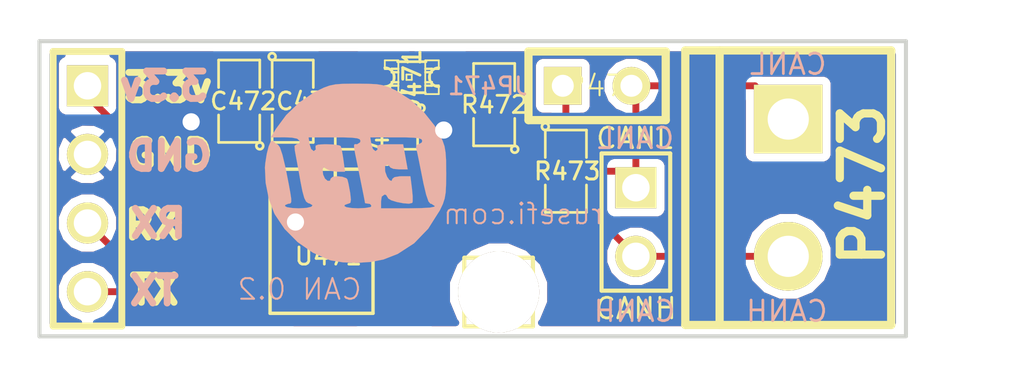
<source format=kicad_pcb>
(kicad_pcb (version 3) (host pcbnew "(2013-07-07 BZR 4022)-stable")

  (general
    (links 20)
    (no_connects 0)
    (area 133.1722 176.3141 171.196001 190.754001)
    (thickness 1.6)
    (drawings 21)
    (tracks 73)
    (zones 0)
    (modules 13)
    (nets 12)
  )

  (page A4)
  (title_block 
    (comment 2 Art_Electro)
    (comment 3 Art_Electro)
    (comment 4 Art_Electro)
  )

  (layers
    (15 F.Cu signal)
    (0 B.Cu signal)
    (16 B.Adhes user)
    (17 F.Adhes user)
    (18 B.Paste user)
    (19 F.Paste user)
    (20 B.SilkS user)
    (21 F.SilkS user)
    (22 B.Mask user)
    (23 F.Mask user)
    (24 Dwgs.User user)
    (25 Cmts.User user)
    (26 Eco1.User user)
    (27 Eco2.User user)
    (28 Edge.Cuts user)
  )

  (setup
    (last_trace_width 0.254)
    (trace_clearance 0.2032)
    (zone_clearance 0.3)
    (zone_45_only no)
    (trace_min 0.254)
    (segment_width 0.2)
    (edge_width 0.15)
    (via_size 0.889)
    (via_drill 0.635)
    (via_min_size 0.889)
    (via_min_drill 0.508)
    (uvia_size 0.508)
    (uvia_drill 0.127)
    (uvias_allowed no)
    (uvia_min_size 0.508)
    (uvia_min_drill 0.127)
    (pcb_text_width 0.3)
    (pcb_text_size 1 1)
    (mod_edge_width 0.15)
    (mod_text_size 1 1)
    (mod_text_width 0.15)
    (pad_size 3 3)
    (pad_drill 3)
    (pad_to_mask_clearance 0)
    (aux_axis_origin 0 0)
    (visible_elements 7FFFFB3F)
    (pcbplotparams
      (layerselection 284983297)
      (usegerberextensions true)
      (excludeedgelayer true)
      (linewidth 0.150000)
      (plotframeref false)
      (viasonmask false)
      (mode 1)
      (useauxorigin false)
      (hpglpennumber 1)
      (hpglpenspeed 20)
      (hpglpendiameter 15)
      (hpglpenoverlay 2)
      (psnegative false)
      (psa4output false)
      (plotreference true)
      (plotvalue false)
      (plotothertext true)
      (plotinvisibletext false)
      (padsonsilk false)
      (subtractmaskfromsilk false)
      (outputformat 1)
      (mirror false)
      (drillshape 0)
      (scaleselection 1)
      (outputdirectory gerber))
  )

  (net 0 "")
  (net 1 /3.3V)
  (net 2 /CANH)
  (net 3 /CANL)
  (net 4 /CAN_RX)
  (net 5 /CAN_TX)
  (net 6 GND)
  (net 7 N-000001)
  (net 8 N-000006)
  (net 9 N-000007)
  (net 10 N-000008)
  (net 11 N-000009)

  (net_class Default "Это класс цепей по умолчанию."
    (clearance 0.2032)
    (trace_width 0.254)
    (via_dia 0.889)
    (via_drill 0.635)
    (uvia_dia 0.508)
    (uvia_drill 0.127)
    (add_net "")
    (add_net /3.3V)
    (add_net /CANH)
    (add_net /CANL)
    (add_net /CAN_RX)
    (add_net /CAN_TX)
    (add_net GND)
    (add_net N-000001)
    (add_net N-000006)
    (add_net N-000007)
    (add_net N-000008)
    (add_net N-000009)
  )

  (module SM0805 (layer F.Cu) (tedit 530CB383) (tstamp 52A5B484)
    (at 144.1196 180.086 270)
    (path /52CAD8F7)
    (attr smd)
    (fp_text reference C471 (at 0 -0.6096 360) (layer F.SilkS)
      (effects (font (size 0.635 0.635) (thickness 0.1016)))
    )
    (fp_text value .1uF (at 0.127 0.889 270) (layer F.SilkS) hide
      (effects (font (size 0.50038 0.50038) (thickness 0.10922)))
    )
    (fp_circle (center -1.651 0.762) (end -1.651 0.635) (layer F.SilkS) (width 0.09906))
    (fp_line (start -0.508 0.762) (end -1.524 0.762) (layer F.SilkS) (width 0.09906))
    (fp_line (start -1.524 0.762) (end -1.524 -0.762) (layer F.SilkS) (width 0.09906))
    (fp_line (start -1.524 -0.762) (end -0.508 -0.762) (layer F.SilkS) (width 0.09906))
    (fp_line (start 0.508 -0.762) (end 1.524 -0.762) (layer F.SilkS) (width 0.09906))
    (fp_line (start 1.524 -0.762) (end 1.524 0.762) (layer F.SilkS) (width 0.09906))
    (fp_line (start 1.524 0.762) (end 0.508 0.762) (layer F.SilkS) (width 0.09906))
    (pad 1 smd rect (at -0.9525 0 270) (size 0.889 1.397)
      (layers F.Cu F.Paste F.Mask)
      (net 6 GND)
    )
    (pad 2 smd rect (at 0.9525 0 270) (size 0.889 1.397)
      (layers F.Cu F.Paste F.Mask)
      (net 1 /3.3V)
    )
    (model smd/chip_cms.wrl
      (at (xyz 0 0 0))
      (scale (xyz 0.1 0.1 0.1))
      (rotate (xyz 0 0 0))
    )
  )

  (module SM0805 (layer F.Cu) (tedit 530CB387) (tstamp 52A5B491)
    (at 142.1384 180.086 90)
    (path /52CAD8F6)
    (attr smd)
    (fp_text reference C472 (at 0 0.1524 180) (layer F.SilkS)
      (effects (font (size 0.635 0.635) (thickness 0.1016)))
    )
    (fp_text value 4.7uF (at -0.127 1.016 90) (layer F.SilkS) hide
      (effects (font (size 0.50038 0.50038) (thickness 0.10922)))
    )
    (fp_circle (center -1.651 0.762) (end -1.651 0.635) (layer F.SilkS) (width 0.09906))
    (fp_line (start -0.508 0.762) (end -1.524 0.762) (layer F.SilkS) (width 0.09906))
    (fp_line (start -1.524 0.762) (end -1.524 -0.762) (layer F.SilkS) (width 0.09906))
    (fp_line (start -1.524 -0.762) (end -0.508 -0.762) (layer F.SilkS) (width 0.09906))
    (fp_line (start 0.508 -0.762) (end 1.524 -0.762) (layer F.SilkS) (width 0.09906))
    (fp_line (start 1.524 -0.762) (end 1.524 0.762) (layer F.SilkS) (width 0.09906))
    (fp_line (start 1.524 0.762) (end 0.508 0.762) (layer F.SilkS) (width 0.09906))
    (pad 1 smd rect (at -0.9525 0 90) (size 0.889 1.397)
      (layers F.Cu F.Paste F.Mask)
      (net 1 /3.3V)
    )
    (pad 2 smd rect (at 0.9525 0 90) (size 0.889 1.397)
      (layers F.Cu F.Paste F.Mask)
      (net 6 GND)
    )
    (model smd/chip_cms.wrl
      (at (xyz 0 0 0))
      (scale (xyz 0.1 0.1 0.1))
      (rotate (xyz 0 0 0))
    )
  )

  (module SM0805 (layer F.Cu) (tedit 5300FDD0) (tstamp 52CAE20D)
    (at 147.2184 181.102 180)
    (path /52CAD8DB)
    (attr smd)
    (fp_text reference R471 (at -0.127 -0.254 270) (layer F.SilkS)
      (effects (font (size 0.635 0.635) (thickness 0.1016)))
    )
    (fp_text value 1k (at 0 -1.143 180) (layer F.SilkS) hide
      (effects (font (size 0.50038 0.50038) (thickness 0.10922)))
    )
    (fp_circle (center -1.651 0.762) (end -1.651 0.635) (layer F.SilkS) (width 0.09906))
    (fp_line (start -0.508 0.762) (end -1.524 0.762) (layer F.SilkS) (width 0.09906))
    (fp_line (start -1.524 0.762) (end -1.524 -0.762) (layer F.SilkS) (width 0.09906))
    (fp_line (start -1.524 -0.762) (end -0.508 -0.762) (layer F.SilkS) (width 0.09906))
    (fp_line (start 0.508 -0.762) (end 1.524 -0.762) (layer F.SilkS) (width 0.09906))
    (fp_line (start 1.524 -0.762) (end 1.524 0.762) (layer F.SilkS) (width 0.09906))
    (fp_line (start 1.524 0.762) (end 0.508 0.762) (layer F.SilkS) (width 0.09906))
    (pad 1 smd rect (at -0.9525 0 180) (size 0.889 1.397)
      (layers F.Cu F.Paste F.Mask)
      (net 8 N-000006)
    )
    (pad 2 smd rect (at 0.9525 0 180) (size 0.889 1.397)
      (layers F.Cu F.Paste F.Mask)
      (net 1 /3.3V)
    )
    (model smd/chip_cms.wrl
      (at (xyz 0 0 0))
      (scale (xyz 0.1 0.1 0.1))
      (rotate (xyz 0 0 0))
    )
  )

  (module SM0805 (layer F.Cu) (tedit 52BF0690) (tstamp 52A5B5C2)
    (at 151.5745 180.213 90)
    (path /52CADB46)
    (attr smd)
    (fp_text reference R472 (at 0 0 180) (layer F.SilkS)
      (effects (font (size 0.635 0.635) (thickness 0.1016)))
    )
    (fp_text value 10k (at 0 0.889 90) (layer F.SilkS) hide
      (effects (font (size 0.50038 0.50038) (thickness 0.10922)))
    )
    (fp_circle (center -1.651 0.762) (end -1.651 0.635) (layer F.SilkS) (width 0.09906))
    (fp_line (start -0.508 0.762) (end -1.524 0.762) (layer F.SilkS) (width 0.09906))
    (fp_line (start -1.524 0.762) (end -1.524 -0.762) (layer F.SilkS) (width 0.09906))
    (fp_line (start -1.524 -0.762) (end -0.508 -0.762) (layer F.SilkS) (width 0.09906))
    (fp_line (start 0.508 -0.762) (end 1.524 -0.762) (layer F.SilkS) (width 0.09906))
    (fp_line (start 1.524 -0.762) (end 1.524 0.762) (layer F.SilkS) (width 0.09906))
    (fp_line (start 1.524 0.762) (end 0.508 0.762) (layer F.SilkS) (width 0.09906))
    (pad 1 smd rect (at -0.9525 0 90) (size 0.889 1.397)
      (layers F.Cu F.Paste F.Mask)
      (net 11 N-000009)
    )
    (pad 2 smd rect (at 0.9525 0 90) (size 0.889 1.397)
      (layers F.Cu F.Paste F.Mask)
      (net 6 GND)
    )
    (model smd/chip_cms.wrl
      (at (xyz 0 0 0))
      (scale (xyz 0.1 0.1 0.1))
      (rotate (xyz 0 0 0))
    )
  )

  (module LOGO_F (layer B.Cu) (tedit 0) (tstamp 52BD6D4F)
    (at 146.4564 182.7784)
    (path /52CADA22)
    (fp_text reference G471 (at 0 -4.14782) (layer B.SilkS) hide
      (effects (font (size 1.524 1.524) (thickness 0.3048)) (justify mirror))
    )
    (fp_text value LOGO (at 0 4.14782) (layer B.SilkS) hide
      (effects (font (size 1.524 1.524) (thickness 0.3048)) (justify mirror))
    )
    (fp_poly (pts (xy 3.34518 -0.04318) (xy 3.3401 0.381) (xy 3.32486 0.68326) (xy 3.28676 0.90932)
      (xy 3.22326 1.1049) (xy 3.12166 1.3208) (xy 3.10896 1.3462) (xy 2.921 1.64084)
      (xy 2.921 1.18618) (xy 2.79654 1.1049) (xy 2.75844 1.09982) (xy 2.68732 1.016)
      (xy 2.60096 0.76708) (xy 2.5019 0.35052) (xy 2.46126 0.14732) (xy 2.38252 -0.24638)
      (xy 2.31394 -0.58928) (xy 2.2606 -0.84074) (xy 2.23266 -0.9525) (xy 2.2479 -1.07696)
      (xy 2.32156 -1.09982) (xy 2.4384 -1.16586) (xy 2.45618 -1.22682) (xy 2.42824 -1.28524)
      (xy 2.33172 -1.3208) (xy 2.13868 -1.34366) (xy 1.82372 -1.35382) (xy 1.49606 -1.35382)
      (xy 0.53594 -1.35382) (xy 0.57404 -1.09982) (xy 0.63246 -0.92202) (xy 0.7239 -0.84836)
      (xy 0.72644 -0.84582) (xy 0.80264 -0.90678) (xy 0.79248 -0.97536) (xy 0.79248 -1.04648)
      (xy 0.889 -1.08458) (xy 1.10744 -1.09982) (xy 1.24714 -1.09982) (xy 1.75006 -1.09982)
      (xy 1.83388 -0.635) (xy 1.9177 -0.17018) (xy 1.59258 -0.17018) (xy 1.38684 -0.1905)
      (xy 1.27508 -0.23876) (xy 1.27 -0.254) (xy 1.20142 -0.3302) (xy 1.15316 -0.33782)
      (xy 1.0795 -0.2921) (xy 1.08204 -0.127) (xy 1.0922 -0.07112) (xy 1.1557 0.1016)
      (xy 1.24206 0.22352) (xy 1.3208 0.25908) (xy 1.35382 0.1778) (xy 1.35382 0.17526)
      (xy 1.43002 0.11684) (xy 1.61544 0.08636) (xy 1.68656 0.08382) (xy 2.0193 0.08382)
      (xy 2.07772 0.55372) (xy 2.10312 0.81788) (xy 2.10312 1.01092) (xy 2.09042 1.06934)
      (xy 1.9685 1.09982) (xy 1.76022 1.08458) (xy 1.52146 1.03886) (xy 1.31318 0.97536)
      (xy 1.1938 0.90424) (xy 1.18618 0.88138) (xy 1.1176 0.7747) (xy 1.05918 0.762)
      (xy 0.95758 0.8382) (xy 0.93218 1.016) (xy 0.93218 1.27) (xy 1.95072 1.27)
      (xy 2.42062 1.26238) (xy 2.74066 1.2446) (xy 2.90322 1.21158) (xy 2.921 1.18618)
      (xy 2.921 1.64084) (xy 2.67716 2.02692) (xy 2.15646 2.5654) (xy 1.5494 2.9591)
      (xy 1.02108 3.16484) (xy 0.59182 3.24866) (xy 0.59182 1.18618) (xy 0.52324 1.10998)
      (xy 0.46482 1.09982) (xy 0.35306 1.08458) (xy 0.33782 1.06934) (xy 0.32258 0.98044)
      (xy 0.2794 0.75692) (xy 0.21336 0.4318) (xy 0.13462 0.04064) (xy 0.127 0)
      (xy 0.03556 -0.44958) (xy -0.02794 -0.75692) (xy -0.06096 -0.94996) (xy -0.06858 -1.0541)
      (xy -0.05334 -1.09728) (xy -0.01524 -1.1049) (xy 0.04318 -1.09982) (xy 0.15494 -1.1684)
      (xy 0.17018 -1.22682) (xy 0.14224 -1.28524) (xy 0.04572 -1.3208) (xy -0.14732 -1.34366)
      (xy -0.46228 -1.35382) (xy -0.78994 -1.35382) (xy -1.75006 -1.35382) (xy -1.71196 -1.09982)
      (xy -1.65354 -0.92202) (xy -1.5621 -0.84836) (xy -1.55956 -0.84582) (xy -1.48336 -0.90678)
      (xy -1.49352 -0.97282) (xy -1.49098 -1.04902) (xy -1.39446 -1.08712) (xy -1.1684 -1.09982)
      (xy -1.07188 -1.09982) (xy -0.80772 -1.08966) (xy -0.61976 -1.05918) (xy -0.56134 -1.03378)
      (xy -0.52578 -0.9144) (xy -0.48514 -0.69088) (xy -0.45974 -0.52578) (xy -0.40132 -0.08382)
      (xy -0.69342 -0.08382) (xy -0.91948 -0.11176) (xy -1.07696 -0.18034) (xy -1.08204 -0.18542)
      (xy -1.1938 -0.254) (xy -1.2319 -0.17018) (xy -1.21158 0.02032) (xy -1.143 0.17018)
      (xy -1.04394 0.254) (xy -0.95758 0.24892) (xy -0.93218 0.17018) (xy -0.86106 0.10668)
      (xy -0.69596 0.08382) (xy -0.50546 0.1016) (xy -0.35306 0.15494) (xy -0.31242 0.20066)
      (xy -0.27432 0.35052) (xy -0.2286 0.59436) (xy -0.20828 0.70866) (xy -0.18288 0.94996)
      (xy -0.20066 1.0668) (xy -0.27686 1.09982) (xy -0.28702 1.09982) (xy -0.4064 1.143)
      (xy -0.42418 1.18618) (xy -0.34544 1.22936) (xy -0.14478 1.25984) (xy 0.08382 1.27)
      (xy 0.3556 1.2573) (xy 0.53848 1.22428) (xy 0.59182 1.18618) (xy 0.59182 3.24866)
      (xy 0.5715 3.25374) (xy 0.0508 3.2893) (xy -0.4699 3.27152) (xy -0.91694 3.2004)
      (xy -0.99314 3.17754) (xy -1.59004 2.91338) (xy -2.15392 2.52222) (xy -2.63652 2.03708)
      (xy -2.99974 1.49606) (xy -3.03022 1.43256) (xy -3.22326 0.90932) (xy -3.3401 0.32258)
      (xy -3.3655 -0.2413) (xy -3.3528 -0.39624) (xy -3.29946 -0.7366) (xy -3.23088 -1.01092)
      (xy -3.15722 -1.18872) (xy -3.0861 -1.23698) (xy -3.06578 -1.21666) (xy -2.93624 -1.10998)
      (xy -2.88544 -1.08712) (xy -2.80924 -0.98298) (xy -2.7178 -0.71374) (xy -2.6162 -0.2921)
      (xy -2.57302 -0.08128) (xy -2.48158 0.38354) (xy -2.42316 0.70612) (xy -2.39268 0.9144)
      (xy -2.39014 1.03124) (xy -2.41554 1.08458) (xy -2.4638 1.09982) (xy -2.49682 1.09982)
      (xy -2.61112 1.14554) (xy -2.62382 1.18618) (xy -2.54762 1.22936) (xy -2.34696 1.25984)
      (xy -2.11582 1.27) (xy -1.8288 1.25476) (xy -1.651 1.21412) (xy -1.60274 1.15824)
      (xy -1.7018 1.09728) (xy -1.76276 1.0795) (xy -1.8415 1.02362) (xy -1.91008 0.88646)
      (xy -1.97866 0.63754) (xy -2.05486 0.25146) (xy -2.06248 0.2032) (xy -2.13106 -0.18288)
      (xy -2.19456 -0.52578) (xy -2.24282 -0.78232) (xy -2.25806 -0.86868) (xy -2.27076 -1.0414)
      (xy -2.19202 -1.09982) (xy -2.1717 -1.10236) (xy -2.07772 -1.15316) (xy -2.08534 -1.22936)
      (xy -2.1717 -1.30556) (xy -2.36728 -1.3462) (xy -2.6416 -1.35636) (xy -3.14706 -1.35382)
      (xy -2.95656 -1.67132) (xy -2.5781 -2.18186) (xy -2.09296 -2.64668) (xy -1.55702 -3.01244)
      (xy -1.44018 -3.0734) (xy -1.18618 -3.19532) (xy -0.97536 -3.27152) (xy -0.75692 -3.31724)
      (xy -0.48514 -3.33756) (xy -0.10668 -3.34264) (xy 0.04064 -3.34264) (xy 0.46482 -3.33756)
      (xy 0.76962 -3.32232) (xy 1.00076 -3.28422) (xy 1.2065 -3.21564) (xy 1.43764 -3.1115)
      (xy 1.47574 -3.09372) (xy 2.00914 -2.7559) (xy 2.50444 -2.30378) (xy 2.91592 -1.78816)
      (xy 3.10134 -1.46812) (xy 3.21056 -1.2319) (xy 3.28168 -1.02616) (xy 3.31978 -0.8001)
      (xy 3.3401 -0.50546) (xy 3.34264 -0.09398) (xy 3.34518 -0.04318) (xy 3.34518 -0.04318)) (layer B.SilkS) (width 0.00254))
  )

  (module PIN_ARRAY_4x1 (layer F.Cu) (tedit 5304DD73) (tstamp 52CAE5B8)
    (at 136.525 183.3245 270)
    (descr "Double rangee de contacts 2 x 5 pins")
    (tags CONN)
    (path /52CADBD0)
    (fp_text reference P471 (at 0.0635 -1.905 360) (layer F.SilkS) hide
      (effects (font (size 0.635 0.635) (thickness 0.1016)))
    )
    (fp_text value CONN_4 (at 0 2.54 270) (layer F.SilkS) hide
      (effects (font (size 1.016 1.016) (thickness 0.2032)))
    )
    (fp_line (start 5.08 1.27) (end -5.08 1.27) (layer F.SilkS) (width 0.254))
    (fp_line (start 5.08 -1.27) (end -5.08 -1.27) (layer F.SilkS) (width 0.254))
    (fp_line (start -5.08 -1.27) (end -5.08 1.27) (layer F.SilkS) (width 0.254))
    (fp_line (start 5.08 1.27) (end 5.08 -1.27) (layer F.SilkS) (width 0.254))
    (pad 1 thru_hole rect (at -3.81 0 270) (size 1.524 1.524) (drill 1.016)
      (layers *.Cu *.Mask F.SilkS)
      (net 1 /3.3V)
    )
    (pad 2 thru_hole circle (at -1.27 0 270) (size 1.524 1.524) (drill 1.016)
      (layers *.Cu *.Mask F.SilkS)
      (net 6 GND)
    )
    (pad 3 thru_hole circle (at 1.27 0 270) (size 1.524 1.524) (drill 1.016)
      (layers *.Cu *.Mask F.SilkS)
      (net 4 /CAN_RX)
    )
    (pad 4 thru_hole circle (at 3.81 0 270) (size 1.524 1.524) (drill 1.016)
      (layers *.Cu *.Mask F.SilkS)
      (net 5 /CAN_TX)
    )
    (model pin_array\pins_array_4x1.wrl
      (at (xyz 0 0 0))
      (scale (xyz 1 1 1))
      (rotate (xyz 0 0 0))
    )
  )

  (module PIN_ARRAY_2_A (layer F.Cu) (tedit 5304DD69) (tstamp 52CAE14B)
    (at 156.8196 184.5564 270)
    (descr "Connecter 2 pins")
    (tags "PIN 2")
    (path /52CADBC1)
    (fp_text reference P472 (at 3.1115 0 360) (layer F.SilkS) hide
      (effects (font (size 0.635 0.635) (thickness 0.1016)))
    )
    (fp_text value CONN_2 (at 0 1.905 270) (layer F.SilkS) hide
      (effects (font (size 0.762 0.762) (thickness 0.1524)))
    )
    (fp_line (start -2.54 1.27) (end -2.54 -1.27) (layer F.SilkS) (width 0.1524))
    (fp_line (start -2.54 -1.27) (end 2.54 -1.27) (layer F.SilkS) (width 0.1524))
    (fp_line (start 2.54 -1.27) (end 2.54 1.27) (layer F.SilkS) (width 0.1524))
    (fp_line (start 2.54 1.27) (end -2.54 1.27) (layer F.SilkS) (width 0.1524))
    (pad 1 thru_hole rect (at -1.27 0 270) (size 1.524 1.524) (drill 1.016)
      (layers *.Cu *.Mask F.SilkS)
      (net 3 /CANL)
    )
    (pad 2 thru_hole circle (at 1.27 0 270) (size 1.524 1.524) (drill 1.016)
      (layers *.Cu *.Mask F.SilkS)
      (net 2 /CANH)
    )
    (model pin_array/pins_array_2x1.wrl
      (at (xyz 0 0 0))
      (scale (xyz 1 1 1))
      (rotate (xyz 0 0 0))
    )
  )

  (module SO8E (layer F.Cu) (tedit 530CB3A0) (tstamp 52CAE154)
    (at 145.1864 185.2676 270)
    (descr "module CMS SOJ 8 pins etroit")
    (tags "CMS SOJ")
    (path /52CD2CA4)
    (attr smd)
    (fp_text reference U471 (at 0.5588 -0.254 360) (layer F.SilkS)
      (effects (font (size 0.635 0.635) (thickness 0.1016)))
    )
    (fp_text value SN65HVD230 (at 0 1.016 270) (layer F.SilkS) hide
      (effects (font (size 0.889 0.889) (thickness 0.1524)))
    )
    (fp_line (start -2.667 1.778) (end -2.667 1.905) (layer F.SilkS) (width 0.127))
    (fp_line (start -2.667 1.905) (end 2.667 1.905) (layer F.SilkS) (width 0.127))
    (fp_line (start 2.667 -1.905) (end -2.667 -1.905) (layer F.SilkS) (width 0.127))
    (fp_line (start -2.667 -1.905) (end -2.667 1.778) (layer F.SilkS) (width 0.127))
    (fp_line (start -2.667 -0.508) (end -2.159 -0.508) (layer F.SilkS) (width 0.127))
    (fp_line (start -2.159 -0.508) (end -2.159 0.508) (layer F.SilkS) (width 0.127))
    (fp_line (start -2.159 0.508) (end -2.667 0.508) (layer F.SilkS) (width 0.127))
    (fp_line (start 2.667 -1.905) (end 2.667 1.905) (layer F.SilkS) (width 0.127))
    (pad 8 smd rect (at -1.905 -2.667 270) (size 0.59944 1.39954)
      (layers F.Cu F.Paste F.Mask)
      (net 11 N-000009)
    )
    (pad 1 smd rect (at -1.905 2.667 270) (size 0.59944 1.39954)
      (layers F.Cu F.Paste F.Mask)
      (net 5 /CAN_TX)
    )
    (pad 7 smd rect (at -0.635 -2.667 270) (size 0.59944 1.39954)
      (layers F.Cu F.Paste F.Mask)
      (net 2 /CANH)
    )
    (pad 6 smd rect (at 0.635 -2.667 270) (size 0.59944 1.39954)
      (layers F.Cu F.Paste F.Mask)
      (net 3 /CANL)
    )
    (pad 5 smd rect (at 1.905 -2.667 270) (size 0.59944 1.39954)
      (layers F.Cu F.Paste F.Mask)
      (net 7 N-000001)
    )
    (pad 2 smd rect (at -0.635 2.667 270) (size 0.59944 1.39954)
      (layers F.Cu F.Paste F.Mask)
      (net 6 GND)
    )
    (pad 3 smd rect (at 0.635 2.667 270) (size 0.59944 1.39954)
      (layers F.Cu F.Paste F.Mask)
      (net 1 /3.3V)
    )
    (pad 4 smd rect (at 1.905 2.667 270) (size 0.59944 1.39954)
      (layers F.Cu F.Paste F.Mask)
      (net 4 /CAN_RX)
    )
    (model smd/cms_so8.wrl
      (at (xyz 0 0 0))
      (scale (xyz 0.5 0.32 0.5))
      (rotate (xyz 0 0 0))
    )
  )

  (module SM0805 (layer F.Cu) (tedit 530CB64E) (tstamp 52CD2EAC)
    (at 154.2288 182.6768 270)
    (path /52CD2DE2)
    (attr smd)
    (fp_text reference R473 (at 0 -0.0508 360) (layer F.SilkS)
      (effects (font (size 0.635 0.635) (thickness 0.10922)))
    )
    (fp_text value 120 (at 0 0.381 270) (layer F.SilkS) hide
      (effects (font (size 0.50038 0.50038) (thickness 0.10922)))
    )
    (fp_circle (center -1.651 0.762) (end -1.651 0.635) (layer F.SilkS) (width 0.09906))
    (fp_line (start -0.508 0.762) (end -1.524 0.762) (layer F.SilkS) (width 0.09906))
    (fp_line (start -1.524 0.762) (end -1.524 -0.762) (layer F.SilkS) (width 0.09906))
    (fp_line (start -1.524 -0.762) (end -0.508 -0.762) (layer F.SilkS) (width 0.09906))
    (fp_line (start 0.508 -0.762) (end 1.524 -0.762) (layer F.SilkS) (width 0.09906))
    (fp_line (start 1.524 -0.762) (end 1.524 0.762) (layer F.SilkS) (width 0.09906))
    (fp_line (start 1.524 0.762) (end 0.508 0.762) (layer F.SilkS) (width 0.09906))
    (pad 1 smd rect (at -0.9525 0 270) (size 0.889 1.397)
      (layers F.Cu F.Paste F.Mask)
      (net 10 N-000008)
    )
    (pad 2 smd rect (at 0.9525 0 270) (size 0.889 1.397)
      (layers F.Cu F.Paste F.Mask)
      (net 2 /CANH)
    )
    (model smd/chip_cms.wrl
      (at (xyz 0 0 0))
      (scale (xyz 0.1 0.1 0.1))
      (rotate (xyz 0 0 0))
    )
  )

  (module PIN_ARRAY_1 (layer F.Cu) (tedit 52E4A9A9) (tstamp 53060B4C)
    (at 151.7396 187.1472)
    (descr "1 pin")
    (tags "CONN DEV")
    (path /52E4A9A2)
    (fp_text reference M471 (at 0 -1.905) (layer F.SilkS) hide
      (effects (font (size 0.762 0.762) (thickness 0.1524)))
    )
    (fp_text value CONN_1 (at 0 -1.905) (layer F.SilkS) hide
      (effects (font (size 0.762 0.762) (thickness 0.1524)))
    )
    (fp_line (start 1.27 1.27) (end -1.27 1.27) (layer F.SilkS) (width 0.1524))
    (fp_line (start -1.27 -1.27) (end 1.27 -1.27) (layer F.SilkS) (width 0.1524))
    (fp_line (start -1.27 1.27) (end -1.27 -1.27) (layer F.SilkS) (width 0.1524))
    (fp_line (start 1.27 -1.27) (end 1.27 1.27) (layer F.SilkS) (width 0.1524))
    (pad 1 thru_hole circle (at 0 0) (size 3 3) (drill 3)
      (layers *.Cu *.Mask F.SilkS)
      (net 9 N-000007)
    )
  )

  (module LED-0805_A (layer F.Cu) (tedit 530CB27B) (tstamp 5306062D)
    (at 148.5265 179.197 180)
    (descr "LED 0805 smd")
    (tags "LED 0805 SMD")
    (path /53060316)
    (attr smd)
    (fp_text reference D471 (at -0.0127 -0.1778 270) (layer F.SilkS)
      (effects (font (size 0.635 0.635) (thickness 0.10922)))
    )
    (fp_text value RED (at 0 1.27 180) (layer F.SilkS) hide
      (effects (font (size 0.50038 0.50038) (thickness 0.10922)))
    )
    (fp_line (start 0.49784 0.29972) (end 0.49784 0.62484) (layer F.SilkS) (width 0.06604))
    (fp_line (start 0.49784 0.62484) (end 0.99822 0.62484) (layer F.SilkS) (width 0.06604))
    (fp_line (start 0.99822 0.29972) (end 0.99822 0.62484) (layer F.SilkS) (width 0.06604))
    (fp_line (start 0.49784 0.29972) (end 0.99822 0.29972) (layer F.SilkS) (width 0.06604))
    (fp_line (start 0.49784 -0.32258) (end 0.49784 -0.17272) (layer F.SilkS) (width 0.06604))
    (fp_line (start 0.49784 -0.17272) (end 0.7493 -0.17272) (layer F.SilkS) (width 0.06604))
    (fp_line (start 0.7493 -0.32258) (end 0.7493 -0.17272) (layer F.SilkS) (width 0.06604))
    (fp_line (start 0.49784 -0.32258) (end 0.7493 -0.32258) (layer F.SilkS) (width 0.06604))
    (fp_line (start 0.49784 0.17272) (end 0.49784 0.32258) (layer F.SilkS) (width 0.06604))
    (fp_line (start 0.49784 0.32258) (end 0.7493 0.32258) (layer F.SilkS) (width 0.06604))
    (fp_line (start 0.7493 0.17272) (end 0.7493 0.32258) (layer F.SilkS) (width 0.06604))
    (fp_line (start 0.49784 0.17272) (end 0.7493 0.17272) (layer F.SilkS) (width 0.06604))
    (fp_line (start 0.49784 -0.19812) (end 0.49784 0.19812) (layer F.SilkS) (width 0.06604))
    (fp_line (start 0.49784 0.19812) (end 0.6731 0.19812) (layer F.SilkS) (width 0.06604))
    (fp_line (start 0.6731 -0.19812) (end 0.6731 0.19812) (layer F.SilkS) (width 0.06604))
    (fp_line (start 0.49784 -0.19812) (end 0.6731 -0.19812) (layer F.SilkS) (width 0.06604))
    (fp_line (start -0.99822 0.29972) (end -0.99822 0.62484) (layer F.SilkS) (width 0.06604))
    (fp_line (start -0.99822 0.62484) (end -0.49784 0.62484) (layer F.SilkS) (width 0.06604))
    (fp_line (start -0.49784 0.29972) (end -0.49784 0.62484) (layer F.SilkS) (width 0.06604))
    (fp_line (start -0.99822 0.29972) (end -0.49784 0.29972) (layer F.SilkS) (width 0.06604))
    (fp_line (start -0.99822 -0.62484) (end -0.99822 -0.29972) (layer F.SilkS) (width 0.06604))
    (fp_line (start -0.99822 -0.29972) (end -0.49784 -0.29972) (layer F.SilkS) (width 0.06604))
    (fp_line (start -0.49784 -0.62484) (end -0.49784 -0.29972) (layer F.SilkS) (width 0.06604))
    (fp_line (start -0.99822 -0.62484) (end -0.49784 -0.62484) (layer F.SilkS) (width 0.06604))
    (fp_line (start -0.7493 0.17272) (end -0.7493 0.32258) (layer F.SilkS) (width 0.06604))
    (fp_line (start -0.7493 0.32258) (end -0.49784 0.32258) (layer F.SilkS) (width 0.06604))
    (fp_line (start -0.49784 0.17272) (end -0.49784 0.32258) (layer F.SilkS) (width 0.06604))
    (fp_line (start -0.7493 0.17272) (end -0.49784 0.17272) (layer F.SilkS) (width 0.06604))
    (fp_line (start -0.7493 -0.32258) (end -0.7493 -0.17272) (layer F.SilkS) (width 0.06604))
    (fp_line (start -0.7493 -0.17272) (end -0.49784 -0.17272) (layer F.SilkS) (width 0.06604))
    (fp_line (start -0.49784 -0.32258) (end -0.49784 -0.17272) (layer F.SilkS) (width 0.06604))
    (fp_line (start -0.7493 -0.32258) (end -0.49784 -0.32258) (layer F.SilkS) (width 0.06604))
    (fp_line (start -0.6731 -0.19812) (end -0.6731 0.19812) (layer F.SilkS) (width 0.06604))
    (fp_line (start -0.6731 0.19812) (end -0.49784 0.19812) (layer F.SilkS) (width 0.06604))
    (fp_line (start -0.49784 -0.19812) (end -0.49784 0.19812) (layer F.SilkS) (width 0.06604))
    (fp_line (start -0.6731 -0.19812) (end -0.49784 -0.19812) (layer F.SilkS) (width 0.06604))
    (fp_line (start 0 -0.09906) (end 0 0.09906) (layer F.SilkS) (width 0.06604))
    (fp_line (start 0 0.09906) (end 0.19812 0.09906) (layer F.SilkS) (width 0.06604))
    (fp_line (start 0.19812 -0.09906) (end 0.19812 0.09906) (layer F.SilkS) (width 0.06604))
    (fp_line (start 0 -0.09906) (end 0.19812 -0.09906) (layer F.SilkS) (width 0.06604))
    (fp_line (start 0.49784 -0.59944) (end 0.49784 -0.29972) (layer F.SilkS) (width 0.06604))
    (fp_line (start 0.49784 -0.29972) (end 0.79756 -0.29972) (layer F.SilkS) (width 0.06604))
    (fp_line (start 0.79756 -0.59944) (end 0.79756 -0.29972) (layer F.SilkS) (width 0.06604))
    (fp_line (start 0.49784 -0.59944) (end 0.79756 -0.59944) (layer F.SilkS) (width 0.06604))
    (fp_line (start 0.92456 -0.62484) (end 0.92456 -0.39878) (layer F.SilkS) (width 0.06604))
    (fp_line (start 0.92456 -0.39878) (end 0.99822 -0.39878) (layer F.SilkS) (width 0.06604))
    (fp_line (start 0.99822 -0.62484) (end 0.99822 -0.39878) (layer F.SilkS) (width 0.06604))
    (fp_line (start 0.92456 -0.62484) (end 0.99822 -0.62484) (layer F.SilkS) (width 0.06604))
    (fp_line (start 0.52324 0.57404) (end -0.52324 0.57404) (layer F.SilkS) (width 0.1016))
    (fp_line (start -0.49784 -0.57404) (end 0.92456 -0.57404) (layer F.SilkS) (width 0.1016))
    (fp_circle (center 0.84836 -0.44958) (end 0.89916 -0.50038) (layer F.SilkS) (width 0.0508))
    (fp_arc (start 0.99822 0) (end 0.99822 0.34798) (angle 180) (layer F.SilkS) (width 0.1016))
    (fp_arc (start -0.99822 0) (end -0.99822 -0.34798) (angle 180) (layer F.SilkS) (width 0.1016))
    (pad 1 smd rect (at -1.04902 0 180) (size 1.19888 1.19888)
      (layers F.Cu F.Paste F.Mask)
      (net 8 N-000006)
    )
    (pad 2 smd rect (at 1.04902 0 180) (size 1.19888 1.19888)
      (layers F.Cu F.Paste F.Mask)
      (net 6 GND)
    )
    (model ../rusefi_lib/3d/LED_0805.wrl
      (at (xyz 0 0 0))
      (scale (xyz 1 1 1))
      (rotate (xyz 0 0 0))
    )
  )

  (module JUMPER-2 (layer F.Cu) (tedit 52F777F3) (tstamp 530606B5)
    (at 155.3845 179.5145)
    (descr "Jumper 2 pins")
    (tags JUMPER)
    (path /52CD2DEF)
    (fp_text reference JP471 (at 0 0) (layer F.SilkS)
      (effects (font (size 0.762 0.762) (thickness 0.0762)))
    )
    (fp_text value JUMPER (at 0 -2.54) (layer F.SilkS) hide
      (effects (font (size 0.762 0.762) (thickness 0.1524)))
    )
    (fp_line (start -2.54 1.27) (end -2.54 -1.27) (layer F.SilkS) (width 0.3048))
    (fp_line (start -2.54 -1.27) (end 2.54 -1.27) (layer F.SilkS) (width 0.3048))
    (fp_line (start 2.54 -1.27) (end 2.54 1.27) (layer F.SilkS) (width 0.3048))
    (fp_line (start 2.54 1.27) (end -2.54 1.27) (layer F.SilkS) (width 0.3048))
    (pad 1 thru_hole rect (at -1.27 0) (size 1.397 1.397) (drill 0.8128)
      (layers *.Cu *.Mask F.SilkS)
      (net 10 N-000008)
    )
    (pad 2 thru_hole circle (at 1.27 0) (size 1.397 1.397) (drill 0.8128)
      (layers *.Cu *.Mask F.SilkS)
      (net 3 /CANL)
    )
    (model ../rusefi_lib/3d/jumper-2.wrl
      (at (xyz 0 0 0))
      (scale (xyz 1 1 1))
      (rotate (xyz 0 0 0))
    )
  )

  (module bornier2 (layer F.Cu) (tedit 530CB22F) (tstamp 530CB2BE)
    (at 162.4584 183.2864 270)
    (descr "Bornier d'alimentation 2 pins")
    (tags DEV)
    (path /5300FF05)
    (fp_text reference P473 (at -0.1016 -2.7432 270) (layer F.SilkS)
      (effects (font (size 1.524 1.524) (thickness 0.3048)))
    )
    (fp_text value CONN_2 (at 0 5.08 270) (layer F.SilkS) hide
      (effects (font (size 1.524 1.524) (thickness 0.3048)))
    )
    (fp_line (start 5.08 2.54) (end -5.08 2.54) (layer F.SilkS) (width 0.3048))
    (fp_line (start 5.08 3.81) (end 5.08 -3.81) (layer F.SilkS) (width 0.3048))
    (fp_line (start 5.08 -3.81) (end -5.08 -3.81) (layer F.SilkS) (width 0.3048))
    (fp_line (start -5.08 -3.81) (end -5.08 3.81) (layer F.SilkS) (width 0.3048))
    (fp_line (start -5.08 3.81) (end 5.08 3.81) (layer F.SilkS) (width 0.3048))
    (pad 1 thru_hole rect (at -2.54 0 270) (size 2.54 2.54) (drill 1.524)
      (layers *.Cu *.Mask F.SilkS)
      (net 3 /CANL)
    )
    (pad 2 thru_hole circle (at 2.54 0 270) (size 2.54 2.54) (drill 1.524)
      (layers *.Cu *.Mask F.SilkS)
      (net 2 /CANH)
    )
    (model device/bornier_2.wrl
      (at (xyz 0 0 0))
      (scale (xyz 1 1 1))
      (rotate (xyz 0 0 0))
    )
  )

  (gr_text JP471 (at 151.3332 179.5272) (layer B.SilkS)
    (effects (font (size 0.635 0.635) (thickness 0.1016)) (justify mirror))
  )
  (gr_text CANH (at 162.4076 187.8584) (layer B.SilkS)
    (effects (font (size 0.762 0.762) (thickness 0.1016)) (justify mirror))
  )
  (gr_text CANL (at 162.4584 178.7144) (layer B.SilkS)
    (effects (font (size 0.762 0.762) (thickness 0.1016)) (justify mirror))
  )
  (gr_text rusefi.com (at 152.654 184.2516) (layer B.SilkS)
    (effects (font (size 0.762 0.762) (thickness 0.075)) (justify mirror))
  )
  (gr_text CANL (at 156.8196 181.4576) (layer B.SilkS)
    (effects (font (size 0.762 0.762) (thickness 0.1016)) (justify mirror))
  )
  (gr_text CANH (at 156.7688 187.8584) (layer B.SilkS)
    (effects (font (size 0.762 0.762) (thickness 0.1016)) (justify mirror))
  )
  (gr_text TX (at 138.9888 187.0964) (layer B.SilkS) (tstamp 53060768)
    (effects (font (size 1.016 1.016) (thickness 0.254)) (justify mirror))
  )
  (gr_text RX (at 139.1412 184.6072) (layer B.SilkS) (tstamp 53060767)
    (effects (font (size 1.016 1.016) (thickness 0.254)) (justify mirror))
  )
  (gr_text GND (at 139.5476 182.118) (layer B.SilkS) (tstamp 53060766)
    (effects (font (size 1.016 1.016) (thickness 0.254)) (justify mirror))
  )
  (gr_text 3.3v (at 139.3444 179.5272) (layer B.SilkS) (tstamp 53060765)
    (effects (font (size 1.016 1.016) (thickness 0.254)) (justify mirror))
  )
  (gr_text 3.3v (at 139.5095 179.578) (layer F.SilkS)
    (effects (font (size 1.016 1.016) (thickness 0.254)))
  )
  (gr_text GND (at 139.573 182.0545) (layer F.SilkS)
    (effects (font (size 1.016 1.016) (thickness 0.254)))
  )
  (gr_text RX (at 138.938 184.658) (layer F.SilkS)
    (effects (font (size 1.016 1.016) (thickness 0.254)))
  )
  (gr_text TX (at 139.0015 187.071) (layer F.SilkS)
    (effects (font (size 1.016 1.016) (thickness 0.254)))
  )
  (gr_text "CAN 0.2" (at 144.3736 187.0456) (layer B.SilkS)
    (effects (font (size 0.762 0.762) (thickness 0.075)) (justify mirror))
  )
  (gr_text CANL (at 156.7688 181.4576) (layer F.SilkS)
    (effects (font (size 0.762 0.762) (thickness 0.1016)))
  )
  (gr_text CANH (at 156.8196 187.7568) (layer F.SilkS)
    (effects (font (size 0.762 0.762) (thickness 0.1016)))
  )
  (gr_line (start 166.8145 188.722) (end 166.8145 177.8635) (angle 90) (layer Edge.Cuts) (width 0.15))
  (gr_line (start 134.747 188.7855) (end 166.8145 188.7855) (angle 90) (layer Edge.Cuts) (width 0.15))
  (gr_line (start 166.8145 177.8635) (end 134.747 177.8635) (angle 90) (layer Edge.Cuts) (width 0.15))
  (gr_line (start 134.747 177.8635) (end 134.747 188.7855) (angle 90) (layer Edge.Cuts) (width 0.15))

  (segment (start 146.2659 181.102) (end 144.1831 181.102) (width 0.254) (layer F.Cu) (net 1))
  (segment (start 144.1831 181.102) (end 144.1196 181.0385) (width 0.254) (layer F.Cu) (net 1) (tstamp 53060B7E))
  (segment (start 142.1384 181.0385) (end 144.1196 181.0385) (width 0.254) (layer F.Cu) (net 1))
  (segment (start 141.1732 182.118) (end 141.1732 182.0037) (width 0.254) (layer F.Cu) (net 1))
  (segment (start 141.1732 182.0037) (end 142.1384 181.0385) (width 0.254) (layer F.Cu) (net 1) (tstamp 530609E7))
  (segment (start 142.5194 185.9026) (end 141.605 185.9026) (width 0.254) (layer F.Cu) (net 1))
  (segment (start 141.1732 185.4708) (end 141.1732 182.118) (width 0.254) (layer F.Cu) (net 1) (tstamp 53060857))
  (segment (start 141.605 185.9026) (end 141.1732 185.4708) (width 0.254) (layer F.Cu) (net 1) (tstamp 53060853))
  (segment (start 136.525 179.5145) (end 136.525 179.8955) (width 0.254) (layer F.Cu) (net 1))
  (segment (start 138.7475 182.118) (end 141.1732 182.118) (width 0.254) (layer F.Cu) (net 1) (tstamp 52CAE728))
  (segment (start 136.525 179.8955) (end 138.7475 182.118) (width 0.254) (layer F.Cu) (net 1) (tstamp 52CAE727))
  (segment (start 149.7076 185.1152) (end 149.7076 184.912002) (width 0.254) (layer F.Cu) (net 2))
  (segment (start 149.098 186.1312) (end 149.7076 185.5216) (width 0.254) (layer F.Cu) (net 2) (tstamp 53060A19))
  (segment (start 149.7076 185.5216) (end 149.7076 185.1152) (width 0.254) (layer F.Cu) (net 2) (tstamp 53060A1E))
  (segment (start 147.8534 184.6326) (end 146.9898 184.6326) (width 0.254) (layer F.Cu) (net 2) (tstamp 530607FA))
  (segment (start 146.558 185.0644) (end 146.9898 184.6326) (width 0.254) (layer F.Cu) (net 2) (tstamp 530607F9))
  (segment (start 146.558 187.6044) (end 146.558 185.0644) (width 0.254) (layer F.Cu) (net 2) (tstamp 530607F7))
  (segment (start 146.812 187.8584) (end 146.558 187.6044) (width 0.254) (layer F.Cu) (net 2) (tstamp 530607F5))
  (segment (start 148.9456 187.8584) (end 146.812 187.8584) (width 0.254) (layer F.Cu) (net 2) (tstamp 530607EF))
  (segment (start 149.098 187.706) (end 148.9456 187.8584) (width 0.254) (layer F.Cu) (net 2) (tstamp 530607ED))
  (segment (start 149.098 187.706) (end 149.098 186.1312) (width 0.254) (layer F.Cu) (net 2))
  (segment (start 153.7843 183.1848) (end 154.2288 183.6293) (width 0.254) (layer F.Cu) (net 2) (tstamp 530CB4D9))
  (segment (start 151.434802 183.1848) (end 153.7843 183.1848) (width 0.254) (layer F.Cu) (net 2) (tstamp 530CB4D3))
  (segment (start 149.7076 184.912002) (end 151.434802 183.1848) (width 0.254) (layer F.Cu) (net 2) (tstamp 530CB4C8))
  (segment (start 154.2288 183.6293) (end 154.6225 183.6293) (width 0.254) (layer F.Cu) (net 2))
  (segment (start 154.6225 183.6293) (end 156.8196 185.8264) (width 0.254) (layer F.Cu) (net 2) (tstamp 530CB4C1))
  (segment (start 156.8196 185.8264) (end 162.4076 185.8264) (width 0.254) (layer F.Cu) (net 2))
  (segment (start 147.8534 185.9026) (end 148.463 185.9026) (width 0.254) (layer F.Cu) (net 3))
  (segment (start 156.21 182.6768) (end 156.8196 183.2864) (width 0.254) (layer F.Cu) (net 3) (tstamp 530CB49F))
  (segment (start 151.2824 182.6768) (end 156.21 182.6768) (width 0.254) (layer F.Cu) (net 3) (tstamp 530CB499))
  (segment (start 149.1488 184.8104) (end 151.2824 182.6768) (width 0.254) (layer F.Cu) (net 3) (tstamp 530CB492))
  (segment (start 149.1488 185.2168) (end 149.1488 184.8104) (width 0.254) (layer F.Cu) (net 3) (tstamp 530CB48E))
  (segment (start 148.463 185.9026) (end 149.1488 185.2168) (width 0.254) (layer F.Cu) (net 3) (tstamp 530CB488))
  (segment (start 156.6545 179.5145) (end 161.2265 179.5145) (width 0.254) (layer F.Cu) (net 3))
  (segment (start 161.2265 179.5145) (end 162.433 180.721) (width 0.254) (layer F.Cu) (net 3) (tstamp 53060B05))
  (segment (start 156.8196 183.2864) (end 156.8196 179.6796) (width 0.254) (layer F.Cu) (net 3))
  (segment (start 156.8196 179.6796) (end 156.6545 179.5145) (width 0.254) (layer F.Cu) (net 3) (tstamp 53060B02))
  (segment (start 142.5194 187.1726) (end 139.1031 187.1726) (width 0.254) (layer F.Cu) (net 4))
  (segment (start 139.1031 187.1726) (end 136.525 184.5945) (width 0.254) (layer F.Cu) (net 4) (tstamp 5306087C))
  (segment (start 136.525 187.1345) (end 138.2649 187.1345) (width 0.254) (layer F.Cu) (net 5))
  (segment (start 144.7038 183.3626) (end 142.5194 183.3626) (width 0.254) (layer F.Cu) (net 5) (tstamp 530608E3))
  (segment (start 145.034 183.6928) (end 144.7038 183.3626) (width 0.254) (layer F.Cu) (net 5) (tstamp 530608E2))
  (segment (start 145.034 186.6392) (end 145.034 183.6928) (width 0.254) (layer F.Cu) (net 5) (tstamp 530608DF))
  (segment (start 143.7132 187.96) (end 145.034 186.6392) (width 0.254) (layer F.Cu) (net 5) (tstamp 530608DA))
  (segment (start 139.0904 187.96) (end 143.7132 187.96) (width 0.254) (layer F.Cu) (net 5) (tstamp 530608D7))
  (segment (start 138.2649 187.1345) (end 139.0904 187.96) (width 0.254) (layer F.Cu) (net 5) (tstamp 530608D3))
  (segment (start 151.5745 179.2605) (end 151.5745 179.2859) (width 0.254) (layer F.Cu) (net 6))
  (via (at 149.7076 181.1528) (size 0.889) (layers F.Cu B.Cu) (net 6))
  (segment (start 151.5745 179.2859) (end 149.7076 181.1528) (width 0.254) (layer F.Cu) (net 6) (tstamp 53060B95))
  (segment (start 142.1384 179.1335) (end 142.0749 179.1335) (width 0.254) (layer F.Cu) (net 6))
  (via (at 140.3604 180.848) (size 0.889) (layers F.Cu B.Cu) (net 6))
  (segment (start 142.0749 179.1335) (end 140.3604 180.848) (width 0.254) (layer F.Cu) (net 6) (tstamp 53060A3A))
  (segment (start 142.5194 184.6326) (end 144.145 184.6326) (width 0.254) (layer F.Cu) (net 6))
  (via (at 144.2212 184.5564) (size 0.889) (layers F.Cu B.Cu) (net 6))
  (segment (start 144.145 184.6326) (end 144.2212 184.5564) (width 0.254) (layer F.Cu) (net 6) (tstamp 530608A6))
  (segment (start 143.4465 179.07) (end 143.383 179.07) (width 0.254) (layer F.Cu) (net 6) (tstamp 52CAE730) (status 80000))
  (segment (start 143.383 179.07) (end 145.3515 179.07) (width 0.254) (layer F.Cu) (net 6) (status 80000))
  (segment (start 145.3515 179.07) (end 145.4785 179.197) (width 0.254) (layer F.Cu) (net 6) (status 80000))
  (segment (start 145.4785 179.197) (end 145.4785 179.1335) (width 0.254) (layer F.Cu) (net 6) (tstamp 52CAE72F) (status 80000))
  (segment (start 145.4785 179.1335) (end 145.4785 179.197) (width 0.254) (layer F.Cu) (net 6) (status 80000))
  (segment (start 145.4785 179.197) (end 147.41398 179.197) (width 0.254) (layer F.Cu) (net 6) (status 80000))
  (segment (start 148.1709 181.102) (end 148.1709 180.60162) (width 0.254) (layer F.Cu) (net 8))
  (segment (start 148.1709 180.60162) (end 149.57552 179.197) (width 0.254) (layer F.Cu) (net 8) (tstamp 53060B7A))
  (segment (start 154.2288 181.7243) (end 154.2288 179.6288) (width 0.254) (layer F.Cu) (net 10))
  (segment (start 154.2288 179.6288) (end 154.1145 179.5145) (width 0.254) (layer F.Cu) (net 10) (tstamp 530CB61F))
  (segment (start 154.051 179.5145) (end 154.1145 179.5145) (width 0.254) (layer F.Cu) (net 10))
  (segment (start 148.9456 183.261) (end 147.955 183.261) (width 0.254) (layer F.Cu) (net 11))
  (segment (start 147.955 183.261) (end 147.8534 183.3626) (width 0.254) (layer F.Cu) (net 11) (tstamp 530607DD))
  (segment (start 148.9075 183.261) (end 148.9456 183.261) (width 0.254) (layer F.Cu) (net 11) (status 10))
  (segment (start 148.9456 183.261) (end 149.987 183.261) (width 0.254) (layer F.Cu) (net 11) (tstamp 530607DB) (status 10))
  (segment (start 152.0825 181.1655) (end 152.0825 181.1655) (width 0.254) (layer F.Cu) (net 11) (tstamp 52CAED7E))
  (segment (start 149.987 183.261) (end 152.0825 181.1655) (width 0.254) (layer F.Cu) (net 11) (tstamp 52CAED7A))
  (segment (start 151.5745 181.229) (end 151.511 181.229) (width 0.254) (layer F.Cu) (net 11) (tstamp 52CAE731) (status 80000))

  (zone (net 6) (net_name GND) (layer F.Cu) (tstamp 52CAE7CC) (hatch edge 0.508)
    (connect_pads (clearance 0.3))
    (min_thickness 0.25)
    (fill (arc_segments 16) (thermal_gap 0.3) (thermal_bridge_width 0.3))
    (polygon
      (pts
        (xy 134.1755 177.165) (xy 134.1755 189.5475) (xy 170.6245 189.992) (xy 170.18 176.911)
      )
    )
    (filled_polygon
      (pts
        (xy 141.553869 186.53766) (xy 141.470785 186.6206) (xy 139.331746 186.6206) (xy 137.662206 184.95106) (xy 137.711793 184.831645)
        (xy 137.712205 184.359427) (xy 137.531876 183.922997) (xy 137.28777 183.678465) (xy 137.28777 182.852626) (xy 136.525 182.089855)
        (xy 136.489645 182.12521) (xy 136.489645 182.0545) (xy 135.726874 181.29173) (xy 135.531399 181.363508) (xy 135.342601 181.796342)
        (xy 135.333812 182.268478) (xy 135.506372 182.708038) (xy 135.531399 182.745492) (xy 135.726874 182.81727) (xy 136.489645 182.0545)
        (xy 136.489645 182.12521) (xy 135.76223 182.852626) (xy 135.834008 183.048101) (xy 136.266842 183.236899) (xy 136.738978 183.245688)
        (xy 137.178538 183.073128) (xy 137.215992 183.048101) (xy 137.28777 182.852626) (xy 137.28777 183.678465) (xy 137.198259 183.588798)
        (xy 136.762145 183.407707) (xy 136.289927 183.407295) (xy 135.853497 183.587624) (xy 135.519298 183.921241) (xy 135.338207 184.357355)
        (xy 135.337795 184.829573) (xy 135.518124 185.266003) (xy 135.851741 185.600202) (xy 136.287855 185.781293) (xy 136.760073 185.781705)
        (xy 136.881419 185.731565) (xy 137.732353 186.5825) (xy 137.581253 186.5825) (xy 137.531876 186.462997) (xy 137.198259 186.128798)
        (xy 136.762145 185.947707) (xy 136.289927 185.947295) (xy 135.853497 186.127624) (xy 135.519298 186.461241) (xy 135.338207 186.897355)
        (xy 135.337795 187.369573) (xy 135.518124 187.806003) (xy 135.851741 188.140202) (xy 136.201656 188.2855) (xy 135.247 188.2855)
        (xy 135.247 178.3635) (xy 135.591529 178.3635) (xy 135.522571 178.391993) (xy 135.402913 178.511443) (xy 135.338074 178.667592)
        (xy 135.337927 178.836667) (xy 135.337927 180.360667) (xy 135.402493 180.516929) (xy 135.521943 180.636587) (xy 135.678092 180.701426)
        (xy 135.847167 180.701573) (xy 136.550427 180.701573) (xy 136.719775 180.870921) (xy 136.311022 180.863312) (xy 135.871462 181.035872)
        (xy 135.834008 181.060899) (xy 135.76223 181.256374) (xy 136.525 182.019145) (xy 136.539142 182.005002) (xy 136.574497 182.040357)
        (xy 136.560355 182.0545) (xy 137.323126 182.81727) (xy 137.518601 182.745492) (xy 137.707399 182.312658) (xy 137.715698 181.866843)
        (xy 138.357174 182.508319) (xy 138.357177 182.508323) (xy 138.536258 182.627981) (xy 138.536259 182.627982) (xy 138.7475 182.67)
        (xy 140.6212 182.67) (xy 140.6212 185.4708) (xy 140.663218 185.682042) (xy 140.782877 185.861123) (xy 141.214677 186.292923)
        (xy 141.393758 186.412581) (xy 141.393759 186.412582) (xy 141.451395 186.424046) (xy 141.459123 186.442749) (xy 141.553869 186.53766)
      )
    )
    (filled_polygon
      (pts
        (xy 144.482 186.410554) (xy 143.644243 187.248311) (xy 143.644243 186.788713) (xy 143.579677 186.632451) (xy 143.48493 186.537539)
        (xy 143.579257 186.443377) (xy 143.644096 186.287228) (xy 143.644243 186.118153) (xy 143.644243 185.518713) (xy 143.579677 185.362451)
        (xy 143.48499 185.2676) (xy 143.579677 185.172749) (xy 143.644243 185.016487) (xy 143.64417 184.76385) (xy 143.53792 184.6576)
        (xy 142.5444 184.6576) (xy 142.5444 184.6776) (xy 142.4944 184.6776) (xy 142.4944 184.6576) (xy 142.4744 184.6576)
        (xy 142.4744 184.6076) (xy 142.4944 184.6076) (xy 142.4944 184.5876) (xy 142.5444 184.5876) (xy 142.5444 184.6076)
        (xy 143.53792 184.6076) (xy 143.64417 184.50135) (xy 143.644243 184.248713) (xy 143.579677 184.092451) (xy 143.48493 183.997539)
        (xy 143.568014 183.9146) (xy 144.475154 183.9146) (xy 144.482 183.921446) (xy 144.482 186.410554)
      )
    )
    (filled_polygon
      (pts
        (xy 148.613087 178.3635) (xy 148.551154 178.512652) (xy 148.551007 178.681727) (xy 148.551007 179.440867) (xy 148.50195 179.489923)
        (xy 148.50192 179.32825) (xy 148.39567 179.222) (xy 147.50248 179.222) (xy 147.50248 179.242) (xy 147.45248 179.242)
        (xy 147.45248 179.222) (xy 146.55929 179.222) (xy 146.45304 179.32825) (xy 146.452967 179.712273) (xy 146.453114 179.881348)
        (xy 146.493424 179.978427) (xy 145.737233 179.978427) (xy 145.580971 180.042993) (xy 145.461313 180.162443) (xy 145.396474 180.318592)
        (xy 145.396327 180.487667) (xy 145.396327 180.55) (xy 145.243173 180.55) (xy 145.243173 180.509833) (xy 145.243173 179.662167)
        (xy 145.2431 179.26475) (xy 145.13685 179.1585) (xy 144.1446 179.1585) (xy 144.1446 179.89675) (xy 144.25085 180.003)
        (xy 144.733933 180.003073) (xy 144.903008 180.002926) (xy 145.059157 179.938087) (xy 145.178607 179.818429) (xy 145.243173 179.662167)
        (xy 145.243173 180.509833) (xy 145.178607 180.353571) (xy 145.059157 180.233913) (xy 144.903008 180.169074) (xy 144.733933 180.168927)
        (xy 144.0946 180.168927) (xy 144.0946 179.89675) (xy 144.0946 179.1585) (xy 143.15565 179.1585) (xy 143.10235 179.1585)
        (xy 142.1634 179.1585) (xy 142.1634 179.89675) (xy 142.26965 180.003) (xy 142.752733 180.003073) (xy 142.921808 180.002926)
        (xy 143.077957 179.938087) (xy 143.129 179.886955) (xy 143.180043 179.938087) (xy 143.336192 180.002926) (xy 143.505267 180.003073)
        (xy 143.98835 180.003) (xy 144.0946 179.89675) (xy 144.0946 180.168927) (xy 143.336933 180.168927) (xy 143.180671 180.233493)
        (xy 143.129014 180.285059) (xy 143.077957 180.233913) (xy 142.921808 180.169074) (xy 142.752733 180.168927) (xy 142.1134 180.168927)
        (xy 142.1134 179.89675) (xy 142.1134 179.1585) (xy 141.12115 179.1585) (xy 141.0149 179.26475) (xy 141.014827 179.662167)
        (xy 141.079393 179.818429) (xy 141.198843 179.938087) (xy 141.354992 180.002926) (xy 141.524067 180.003073) (xy 142.00715 180.003)
        (xy 142.1134 179.89675) (xy 142.1134 180.168927) (xy 141.355733 180.168927) (xy 141.199471 180.233493) (xy 141.079813 180.352943)
        (xy 141.014974 180.509092) (xy 141.014827 180.678167) (xy 141.014827 181.381427) (xy 140.830254 181.566) (xy 138.976145 181.566)
        (xy 137.711977 180.301832) (xy 137.712073 180.192333) (xy 137.712073 178.668333) (xy 137.647507 178.512071) (xy 137.528057 178.392413)
        (xy 137.458427 178.3635) (xy 141.164316 178.3635) (xy 141.079393 178.448571) (xy 141.014827 178.604833) (xy 141.0149 179.00225)
        (xy 141.12115 179.1085) (xy 142.1134 179.1085) (xy 142.1134 179.0885) (xy 142.1634 179.0885) (xy 142.1634 179.1085)
        (xy 143.10235 179.1085) (xy 143.15565 179.1085) (xy 144.0946 179.1085) (xy 144.0946 179.0885) (xy 144.1446 179.0885)
        (xy 144.1446 179.1085) (xy 145.13685 179.1085) (xy 145.2431 179.00225) (xy 145.243173 178.604833) (xy 145.178607 178.448571)
        (xy 145.093683 178.3635) (xy 146.515047 178.3635) (xy 146.453114 178.512652) (xy 146.452967 178.681727) (xy 146.45304 179.06575)
        (xy 146.55929 179.172) (xy 147.45248 179.172) (xy 147.45248 179.152) (xy 147.50248 179.152) (xy 147.50248 179.172)
        (xy 148.39567 179.172) (xy 148.50192 179.06575) (xy 148.501993 178.681727) (xy 148.501846 178.512652) (xy 148.439912 178.3635)
        (xy 148.613087 178.3635)
      )
    )
    (filled_polygon
      (pts
        (xy 166.3145 188.2855) (xy 153.324049 188.2855) (xy 153.370583 188.239048) (xy 153.664264 187.531786) (xy 153.664932 186.765974)
        (xy 153.372486 186.0582) (xy 152.831448 185.516217) (xy 152.124186 185.222536) (xy 151.358374 185.221868) (xy 150.6506 185.514314)
        (xy 150.108617 186.055352) (xy 149.814936 186.762614) (xy 149.814268 187.528426) (xy 150.106714 188.2362) (xy 150.155928 188.2855)
        (xy 149.280882 188.2855) (xy 149.335923 188.248723) (xy 149.488323 188.096323) (xy 149.607982 187.917242) (xy 149.607982 187.917241)
        (xy 149.65 187.706) (xy 149.65 186.359846) (xy 150.097923 185.911923) (xy 150.217581 185.732842) (xy 150.217582 185.732841)
        (xy 150.2596 185.5216) (xy 150.2596 185.140648) (xy 151.663447 183.7368) (xy 153.105227 183.7368) (xy 153.105227 184.157967)
        (xy 153.169793 184.314229) (xy 153.289243 184.433887) (xy 153.445392 184.498726) (xy 153.614467 184.498873) (xy 154.711427 184.498873)
        (xy 155.682393 185.469839) (xy 155.632807 185.589255) (xy 155.632395 186.061473) (xy 155.812724 186.497903) (xy 156.146341 186.832102)
        (xy 156.582455 187.013193) (xy 157.054673 187.013605) (xy 157.491103 186.833276) (xy 157.825302 186.499659) (xy 157.875653 186.3784)
        (xy 160.852488 186.3784) (xy 161.020611 186.785286) (xy 161.497006 187.262513) (xy 162.119765 187.521105) (xy 162.794077 187.521694)
        (xy 163.417286 187.264189) (xy 163.894513 186.787794) (xy 164.153105 186.165035) (xy 164.153694 185.490723) (xy 163.896189 184.867514)
        (xy 163.419794 184.390287) (xy 162.797035 184.131695) (xy 162.122723 184.131106) (xy 161.499514 184.388611) (xy 161.022287 184.865006)
        (xy 160.852291 185.2744) (xy 157.875853 185.2744) (xy 157.826476 185.154897) (xy 157.492859 184.820698) (xy 157.056745 184.639607)
        (xy 156.584527 184.639195) (xy 156.46318 184.689334) (xy 156.247319 184.473473) (xy 157.665767 184.473473) (xy 157.822029 184.408907)
        (xy 157.941687 184.289457) (xy 158.006526 184.133308) (xy 158.006673 183.964233) (xy 158.006673 182.440233) (xy 157.942107 182.283971)
        (xy 157.822657 182.164313) (xy 157.666508 182.099474) (xy 157.497433 182.099327) (xy 157.3716 182.099327) (xy 157.3716 180.386133)
        (xy 157.606401 180.151742) (xy 157.641796 180.0665) (xy 160.763327 180.0665) (xy 160.763327 182.100567) (xy 160.827893 182.256829)
        (xy 160.947343 182.376487) (xy 161.103492 182.441326) (xy 161.272567 182.441473) (xy 163.812567 182.441473) (xy 163.968829 182.376907)
        (xy 164.088487 182.257457) (xy 164.153326 182.101308) (xy 164.153473 181.932233) (xy 164.153473 179.392233) (xy 164.088907 179.235971)
        (xy 163.969457 179.116313) (xy 163.813308 179.051474) (xy 163.644233 179.051327) (xy 161.507796 179.051327) (xy 161.437742 179.004518)
        (xy 161.2265 178.9625) (xy 157.642046 178.9625) (xy 157.607512 178.87892) (xy 157.291742 178.562599) (xy 156.878958 178.391196)
        (xy 156.432003 178.390806) (xy 156.01892 178.561488) (xy 155.702599 178.877258) (xy 155.531196 179.290042) (xy 155.530806 179.736997)
        (xy 155.701488 180.15008) (xy 156.017258 180.466401) (xy 156.2676 180.570352) (xy 156.2676 182.099327) (xy 155.973433 182.099327)
        (xy 155.911783 182.1248) (xy 155.352338 182.1248) (xy 155.352373 182.084633) (xy 155.352373 181.195633) (xy 155.287807 181.039371)
        (xy 155.168357 180.919713) (xy 155.012208 180.854874) (xy 154.843133 180.854727) (xy 154.7808 180.854727) (xy 154.7808 180.638073)
        (xy 154.897167 180.638073) (xy 155.053429 180.573507) (xy 155.173087 180.454057) (xy 155.237926 180.297908) (xy 155.238073 180.128833)
        (xy 155.238073 178.731833) (xy 155.173507 178.575571) (xy 155.054057 178.455913) (xy 154.897908 178.391074) (xy 154.728833 178.390927)
        (xy 153.331833 178.390927) (xy 153.175571 178.455493) (xy 153.055913 178.574943) (xy 152.991074 178.731092) (xy 152.990927 178.900167)
        (xy 152.990927 180.297167) (xy 153.055493 180.453429) (xy 153.174943 180.573087) (xy 153.331092 180.637926) (xy 153.500167 180.638073)
        (xy 153.6768 180.638073) (xy 153.6768 180.854727) (xy 153.446133 180.854727) (xy 153.289871 180.919293) (xy 153.170213 181.038743)
        (xy 153.105374 181.194892) (xy 153.105227 181.363967) (xy 153.105227 182.1248) (xy 151.903846 182.1248) (xy 151.993573 182.035073)
        (xy 152.357167 182.035073) (xy 152.513429 181.970507) (xy 152.633087 181.851057) (xy 152.697926 181.694908) (xy 152.698073 181.525833)
        (xy 152.698073 180.636833) (xy 152.698073 179.789167) (xy 152.698073 178.731833) (xy 152.633507 178.575571) (xy 152.514057 178.455913)
        (xy 152.357908 178.391074) (xy 152.188833 178.390927) (xy 151.70575 178.391) (xy 151.5995 178.49725) (xy 151.5995 179.2355)
        (xy 152.59175 179.2355) (xy 152.698 179.12925) (xy 152.698073 178.731833) (xy 152.698073 179.789167) (xy 152.698 179.39175)
        (xy 152.59175 179.2855) (xy 151.5995 179.2855) (xy 151.5995 180.02375) (xy 151.70575 180.13) (xy 152.188833 180.130073)
        (xy 152.357908 180.129926) (xy 152.514057 180.065087) (xy 152.633507 179.945429) (xy 152.698073 179.789167) (xy 152.698073 180.636833)
        (xy 152.633507 180.480571) (xy 152.514057 180.360913) (xy 152.357908 180.296074) (xy 152.188833 180.295927) (xy 150.791833 180.295927)
        (xy 150.635571 180.360493) (xy 150.515913 180.479943) (xy 150.451074 180.636092) (xy 150.450927 180.805167) (xy 150.450927 181.694167)
        (xy 150.515493 181.850429) (xy 150.566164 181.901189) (xy 149.758354 182.709) (xy 148.9456 182.709) (xy 148.9075 182.709)
        (xy 148.800423 182.709) (xy 148.794227 182.702793) (xy 148.638078 182.637954) (xy 148.469003 182.637807) (xy 147.069463 182.637807)
        (xy 146.913201 182.702373) (xy 146.793543 182.821823) (xy 146.728704 182.977972) (xy 146.728557 183.147047) (xy 146.728557 183.746487)
        (xy 146.793123 183.902749) (xy 146.887869 183.99766) (xy 146.793543 184.091823) (xy 146.780953 184.122141) (xy 146.778559 184.122618)
        (xy 146.599477 184.242277) (xy 146.167677 184.674077) (xy 146.048018 184.853158) (xy 146.006 185.0644) (xy 146.006 187.6044)
        (xy 146.048018 187.815642) (xy 146.167677 187.994723) (xy 146.421677 188.248723) (xy 146.476717 188.2855) (xy 144.168346 188.2855)
        (xy 145.424323 187.029523) (xy 145.543981 186.850442) (xy 145.543982 186.850441) (xy 145.586 186.6392) (xy 145.586 183.6928)
        (xy 145.543982 183.481559) (xy 145.543981 183.481558) (xy 145.424323 183.302477) (xy 145.094123 182.972277) (xy 144.915042 182.852618)
        (xy 144.7038 182.8106) (xy 143.567846 182.8106) (xy 143.460227 182.702793) (xy 143.304078 182.637954) (xy 143.135003 182.637807)
        (xy 141.735463 182.637807) (xy 141.7252 182.642047) (xy 141.7252 182.232346) (xy 142.049472 181.908073) (xy 142.921067 181.908073)
        (xy 143.077329 181.843507) (xy 143.128985 181.79194) (xy 143.180043 181.843087) (xy 143.336192 181.907926) (xy 143.505267 181.908073)
        (xy 144.902267 181.908073) (xy 145.058529 181.843507) (xy 145.178187 181.724057) (xy 145.207277 181.654) (xy 145.396327 181.654)
        (xy 145.396327 181.884667) (xy 145.460893 182.040929) (xy 145.580343 182.160587) (xy 145.736492 182.225426) (xy 145.905567 182.225573)
        (xy 146.794567 182.225573) (xy 146.950829 182.161007) (xy 147.070487 182.041557) (xy 147.135326 181.885408) (xy 147.135473 181.716333)
        (xy 147.135473 180.319333) (xy 147.095038 180.221473) (xy 147.341814 180.22144) (xy 147.301474 180.318592) (xy 147.301327 180.487667)
        (xy 147.301327 181.884667) (xy 147.365893 182.040929) (xy 147.485343 182.160587) (xy 147.641492 182.225426) (xy 147.810567 182.225573)
        (xy 148.699567 182.225573) (xy 148.855829 182.161007) (xy 148.975487 182.041557) (xy 149.040326 181.885408) (xy 149.040473 181.716333)
        (xy 149.040473 180.512692) (xy 149.331652 180.221513) (xy 150.259127 180.221513) (xy 150.415389 180.156947) (xy 150.535047 180.037497)
        (xy 150.556302 179.986309) (xy 150.634943 180.065087) (xy 150.791092 180.129926) (xy 150.960167 180.130073) (xy 151.44325 180.13)
        (xy 151.5495 180.02375) (xy 151.5495 179.2855) (xy 151.5295 179.2855) (xy 151.5295 179.2355) (xy 151.5495 179.2355)
        (xy 151.5495 178.49725) (xy 151.44325 178.391) (xy 150.960167 178.390927) (xy 150.791092 178.391074) (xy 150.634943 178.455913)
        (xy 150.593455 178.497473) (xy 150.538098 178.3635) (xy 166.3145 178.3635) (xy 166.3145 188.2855)
      )
    )
  )
  (zone (net 6) (net_name GND) (layer B.Cu) (tstamp 52CAE7ED) (hatch edge 0.508)
    (connect_pads (clearance 0.3))
    (min_thickness 0.25)
    (fill (arc_segments 16) (thermal_gap 0.3) (thermal_bridge_width 0.3))
    (polygon
      (pts
        (xy 133.35 176.3395) (xy 133.2865 190.754) (xy 171.196 190.6905) (xy 171.069 176.3395)
      )
    )
    (filled_polygon
      (pts
        (xy 166.3145 188.2855) (xy 164.153694 188.2855) (xy 164.153694 185.490723) (xy 164.153473 185.490188) (xy 164.153473 181.932233)
        (xy 164.153473 179.392233) (xy 164.088907 179.235971) (xy 163.969457 179.116313) (xy 163.813308 179.051474) (xy 163.644233 179.051327)
        (xy 161.104233 179.051327) (xy 160.947971 179.115893) (xy 160.828313 179.235343) (xy 160.763474 179.391492) (xy 160.763327 179.560567)
        (xy 160.763327 182.100567) (xy 160.827893 182.256829) (xy 160.947343 182.376487) (xy 161.103492 182.441326) (xy 161.272567 182.441473)
        (xy 163.812567 182.441473) (xy 163.968829 182.376907) (xy 164.088487 182.257457) (xy 164.153326 182.101308) (xy 164.153473 181.932233)
        (xy 164.153473 185.490188) (xy 163.896189 184.867514) (xy 163.419794 184.390287) (xy 162.797035 184.131695) (xy 162.122723 184.131106)
        (xy 161.499514 184.388611) (xy 161.022287 184.865006) (xy 160.763695 185.487765) (xy 160.763106 186.162077) (xy 161.020611 186.785286)
        (xy 161.497006 187.262513) (xy 162.119765 187.521105) (xy 162.794077 187.521694) (xy 163.417286 187.264189) (xy 163.894513 186.787794)
        (xy 164.153105 186.165035) (xy 164.153694 185.490723) (xy 164.153694 188.2855) (xy 158.006805 188.2855) (xy 158.006805 185.591327)
        (xy 158.006673 185.591007) (xy 158.006673 183.964233) (xy 158.006673 182.440233) (xy 157.942107 182.283971) (xy 157.822657 182.164313)
        (xy 157.778194 182.14585) (xy 157.778194 179.292003) (xy 157.607512 178.87892) (xy 157.291742 178.562599) (xy 156.878958 178.391196)
        (xy 156.432003 178.390806) (xy 156.01892 178.561488) (xy 155.702599 178.877258) (xy 155.531196 179.290042) (xy 155.530806 179.736997)
        (xy 155.701488 180.15008) (xy 156.017258 180.466401) (xy 156.430042 180.637804) (xy 156.876997 180.638194) (xy 157.29008 180.467512)
        (xy 157.606401 180.151742) (xy 157.777804 179.738958) (xy 157.778194 179.292003) (xy 157.778194 182.14585) (xy 157.666508 182.099474)
        (xy 157.497433 182.099327) (xy 155.973433 182.099327) (xy 155.817171 182.163893) (xy 155.697513 182.283343) (xy 155.632674 182.439492)
        (xy 155.632527 182.608567) (xy 155.632527 184.132567) (xy 155.697093 184.288829) (xy 155.816543 184.408487) (xy 155.972692 184.473326)
        (xy 156.141767 184.473473) (xy 157.665767 184.473473) (xy 157.822029 184.408907) (xy 157.941687 184.289457) (xy 158.006526 184.133308)
        (xy 158.006673 183.964233) (xy 158.006673 185.591007) (xy 157.826476 185.154897) (xy 157.492859 184.820698) (xy 157.056745 184.639607)
        (xy 156.584527 184.639195) (xy 156.148097 184.819524) (xy 155.813898 185.153141) (xy 155.632807 185.589255) (xy 155.632395 186.061473)
        (xy 155.812724 186.497903) (xy 156.146341 186.832102) (xy 156.582455 187.013193) (xy 157.054673 187.013605) (xy 157.491103 186.833276)
        (xy 157.825302 186.499659) (xy 158.006393 186.063545) (xy 158.006805 185.591327) (xy 158.006805 188.2855) (xy 155.238073 188.2855)
        (xy 155.238073 180.128833) (xy 155.238073 178.731833) (xy 155.173507 178.575571) (xy 155.054057 178.455913) (xy 154.897908 178.391074)
        (xy 154.728833 178.390927) (xy 153.331833 178.390927) (xy 153.175571 178.455493) (xy 153.055913 178.574943) (xy 152.991074 178.731092)
        (xy 152.990927 178.900167) (xy 152.990927 180.297167) (xy 153.055493 180.453429) (xy 153.174943 180.573087) (xy 153.331092 180.637926)
        (xy 153.500167 180.638073) (xy 154.897167 180.638073) (xy 155.053429 180.573507) (xy 155.173087 180.454057) (xy 155.237926 180.297908)
        (xy 155.238073 180.128833) (xy 155.238073 188.2855) (xy 153.324049 188.2855) (xy 153.370583 188.239048) (xy 153.664264 187.531786)
        (xy 153.664932 186.765974) (xy 153.372486 186.0582) (xy 152.831448 185.516217) (xy 152.124186 185.222536) (xy 151.358374 185.221868)
        (xy 150.6506 185.514314) (xy 150.108617 186.055352) (xy 149.814936 186.762614) (xy 149.814268 187.528426) (xy 150.106714 188.2362)
        (xy 150.155928 188.2855) (xy 137.716188 188.2855) (xy 137.716188 181.840522) (xy 137.543628 181.400962) (xy 137.518601 181.363508)
        (xy 137.323126 181.29173) (xy 137.28777 181.327085) (xy 137.28777 181.256374) (xy 137.215992 181.060899) (xy 136.783158 180.872101)
        (xy 136.311022 180.863312) (xy 135.871462 181.035872) (xy 135.834008 181.060899) (xy 135.76223 181.256374) (xy 136.525 182.019145)
        (xy 137.28777 181.256374) (xy 137.28777 181.327085) (xy 136.560355 182.0545) (xy 137.323126 182.81727) (xy 137.518601 182.745492)
        (xy 137.707399 182.312658) (xy 137.716188 181.840522) (xy 137.716188 188.2855) (xy 136.847695 188.2855) (xy 137.196503 188.141376)
        (xy 137.530702 187.807759) (xy 137.711793 187.371645) (xy 137.712205 186.899427) (xy 137.712205 184.359427) (xy 137.531876 183.922997)
        (xy 137.28777 183.678465) (xy 137.28777 182.852626) (xy 136.525 182.089855) (xy 136.489645 182.12521) (xy 136.489645 182.0545)
        (xy 135.726874 181.29173) (xy 135.531399 181.363508) (xy 135.342601 181.796342) (xy 135.333812 182.268478) (xy 135.506372 182.708038)
        (xy 135.531399 182.745492) (xy 135.726874 182.81727) (xy 136.489645 182.0545) (xy 136.489645 182.12521) (xy 135.76223 182.852626)
        (xy 135.834008 183.048101) (xy 136.266842 183.236899) (xy 136.738978 183.245688) (xy 137.178538 183.073128) (xy 137.215992 183.048101)
        (xy 137.28777 182.852626) (xy 137.28777 183.678465) (xy 137.198259 183.588798) (xy 136.762145 183.407707) (xy 136.289927 183.407295)
        (xy 135.853497 183.587624) (xy 135.519298 183.921241) (xy 135.338207 184.357355) (xy 135.337795 184.829573) (xy 135.518124 185.266003)
        (xy 135.851741 185.600202) (xy 136.287855 185.781293) (xy 136.760073 185.781705) (xy 137.196503 185.601376) (xy 137.530702 185.267759)
        (xy 137.711793 184.831645) (xy 137.712205 184.359427) (xy 137.712205 186.899427) (xy 137.531876 186.462997) (xy 137.198259 186.128798)
        (xy 136.762145 185.947707) (xy 136.289927 185.947295) (xy 135.853497 186.127624) (xy 135.519298 186.461241) (xy 135.338207 186.897355)
        (xy 135.337795 187.369573) (xy 135.518124 187.806003) (xy 135.851741 188.140202) (xy 136.201656 188.2855) (xy 135.247 188.2855)
        (xy 135.247 178.3635) (xy 135.591529 178.3635) (xy 135.522571 178.391993) (xy 135.402913 178.511443) (xy 135.338074 178.667592)
        (xy 135.337927 178.836667) (xy 135.337927 180.360667) (xy 135.402493 180.516929) (xy 135.521943 180.636587) (xy 135.678092 180.701426)
        (xy 135.847167 180.701573) (xy 137.371167 180.701573) (xy 137.527429 180.637007) (xy 137.647087 180.517557) (xy 137.711926 180.361408)
        (xy 137.712073 180.192333) (xy 137.712073 178.668333) (xy 137.647507 178.512071) (xy 137.528057 178.392413) (xy 137.458427 178.3635)
        (xy 166.3145 178.3635) (xy 166.3145 188.2855)
      )
    )
  )
)

</source>
